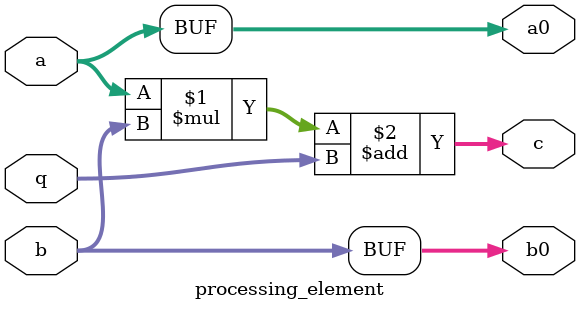
<source format=v>
`timescale 1ns / 1ps


module syst_array(a1,a2,a3,a4,b1,b2,b3,b4,clk,rst,c1,c2,c3,c4,c5,c6,c7,c8,c9,c10,c11,c12,c13,c14,c15,c16);
input [31:0] a1,a2,a3,a4,b1,b2,b3,b4;
input clk,rst;
inout [63:0] c1,c2,c3,c4,c5,c6,c7,c8,c9,c10,c11,c12,c13,c14,c15,c16;
wire [63:0] wc1,wc2,wc3,wc4,wc5,wc6,wc7,wc8,wc9,wc10,wc11,wc12,wc13,wc14,wc15,wc16;
wire [31:0] wh1,wh2,wh3,wh4,wh5,wh6,wh7,wh8,wh9,wh10,wh11,wh12,wh13,wh14,wh15,wh16;
wire [31:0] wh17,wh18,wh19,wh20,wh21,wh22,wh23,wh24;
wire [31:0] wv1,wv2,wv3,wv4,wv5,wv6,wv7,wv8,wv9,wv10,wv11,wv12,wv13,wv14,wv15,wv16;
wire [31:0] wv17,wv18,wv19,wv20,wv21,wv22,wv23,wv24;

//Instanitating processing element

processing_element pe1(.a(a1),.b(b1),.q(wc1),.a0(wh1),.b0(wv1),.c(c1));
processing_element pe2(.a(wh2),.b(b2),.q(wc2),.a0(wh3),.b0(wv7),.c(c2));
processing_element pe3(.a(wh4),.b(b3),.q(wc3),.a0(wh5),.b0(wv13),.c(c3));
processing_element pe4(.a(wh6),.b(b4),.q(wc4),.a0(),.b0(wv19),.c(c4));
processing_element pe5(.a(a2),.b(wv2),.q(wc5),.a0(wh7),.b0(wv3),.c(c5));
processing_element pe6(.a(wh8),.b(wv8),.q(wc6),.a0(wh9),.b0(wv9),.c(c6));
processing_element pe7(.a(wh10),.b(wv14),.q(wc7),.a0(wh11),.b0(wv15),.c(c7));
processing_element pe8(.a(wh12),.b(wv20),.q(wc8),.a0(),.b0(wv21),.c(c8));
processing_element pe9(.a(a3),.b(wv4),.q(wc9),.a0(wh13),.b0(wv5),.c(c9));
processing_element pe10(.a(wh14),.b(wv10),.q(wc10),.a0(wh15),.b0(wv11),.c(c10));
processing_element pe11(.a(wh16),.b(wv16),.q(wc11),.a0(wh17),.b0(wv17),.c(c11));
processing_element pe12(.a(wh18),.b(wv22),.q(wc12),.a0(),.b0(wv23),.c(c12));
processing_element pe13(.a(a4),.b(wv6),.q(wc13),.a0(wh19),.b0(),.c(c13));
processing_element pe14(.a(wh20),.b(wv12),.q(wc14),.a0(wh21),.b0(),.c(c14));
processing_element pe15(.a(wh22),.b(wv18),.q(wc15),.a0(wh23),.b0(),.c(c15));
processing_element pe16(.a(wh24),.b(wv24),.q(wc16),.a0(),.b0(),.c(c16));


//Instantiating D flip flop (Delay element)

d_flipflop dh1(.clk(clk),.rst(rst),.ip(wh1),.q(wh2));
d_flipflop dh2(.clk(clk),.rst(rst),.ip(wh3),.q(wh4));
d_flipflop dh3(.clk(clk),.rst(rst),.ip(wh5),.q(wh6));
d_flipflop dh4(.clk(clk),.rst(rst),.ip(wh7),.q(wh8));
d_flipflop dh5(.clk(clk),.rst(rst),.ip(wh9),.q(wh10));
d_flipflop dh6(.clk(clk),.rst(rst),.ip(wh11),.q(wh12));
d_flipflop dh7(.clk(clk),.rst(rst),.ip(wh13),.q(wh14));
d_flipflop dh8(.clk(clk),.rst(rst),.ip(wh15),.q(wh16));
d_flipflop dh9(.clk(clk),.rst(rst),.ip(wh17),.q(wh18));
d_flipflop dh10(.clk(clk),.rst(rst),.ip(wh19),.q(wh20));
d_flipflop dh11(.clk(clk),.rst(rst),.ip(wh21),.q(wh22));
d_flipflop dh12(.clk(clk),.rst(rst),.ip(wh23),.q(wh24));

d_flipflop dv1(.clk(clk),.rst(rst),.ip(wv1),.q(wv2));
d_flipflop dv2(.clk(clk),.rst(rst),.ip(wv3),.q(wv4));
d_flipflop dv3(.clk(clk),.rst(rst),.ip(wv5),.q(wv6));
d_flipflop dv4(.clk(clk),.rst(rst),.ip(wv7),.q(wv8));
d_flipflop dv5(.clk(clk),.rst(rst),.ip(wv9),.q(wv10));
d_flipflop dv6(.clk(clk),.rst(rst),.ip(wv11),.q(wv12));
d_flipflop dv7(.clk(clk),.rst(rst),.ip(wv13),.q(wv14));
d_flipflop dv8(.clk(clk),.rst(rst),.ip(wv15),.q(wv16));
d_flipflop dv9(.clk(clk),.rst(rst),.ip(wv17),.q(wv18));
d_flipflop dv10(.clk(clk),.rst(rst),.ip(wv19),.q(wv20));
d_flipflop dv11(.clk(clk),.rst(rst),.ip(wv21),.q(wv22));
d_flipflop dv12(.clk(clk),.rst(rst),.ip(wv23),.q(wv24));

d_flipflop dc1(.clk(clk),.rst(rst),.ip(c1),.q(wc1));
d_flipflop dc2(.clk(clk),.rst(rst),.ip(c2),.q(wc2));
d_flipflop dc3(.clk(clk),.rst(rst),.ip(c3),.q(wc3));
d_flipflop dc4(.clk(clk),.rst(rst),.ip(c4),.q(wc4));
d_flipflop dc5(.clk(clk),.rst(rst),.ip(c5),.q(wc5));
d_flipflop dc6(.clk(clk),.rst(rst),.ip(c6),.q(wc6));
d_flipflop dc7(.clk(clk),.rst(rst),.ip(c7),.q(wc7));
d_flipflop dc8(.clk(clk),.rst(rst),.ip(c8),.q(wc8));
d_flipflop dc9(.clk(clk),.rst(rst),.ip(c9),.q(wc9));
d_flipflop dc10(.clk(clk),.rst(rst),.ip(c10),.q(wc10));
d_flipflop dc11(.clk(clk),.rst(rst),.ip(c11),.q(wc11));
d_flipflop dc12(.clk(clk),.rst(rst),.ip(c12),.q(wc12));
d_flipflop dc13(.clk(clk),.rst(rst),.ip(c13),.q(wc13));
d_flipflop dc14(.clk(clk),.rst(rst),.ip(c14),.q(wc14));
d_flipflop dc15(.clk(clk),.rst(rst),.ip(c15),.q(wc15));
d_flipflop dc16(.clk(clk),.rst(rst),.ip(c16),.q(wc16));

endmodule


module d_flipflop(clk,rst,ip,q);
input clk,rst;
input [63:0] ip;
output reg [63:0] q;
always@(posedge clk)
begin
if(rst==1) begin
q<=0;
end
else begin
q<=ip;
end
end
endmodule


module processing_element(a,b,q,a0,b0,c);
input [31:0] a,b,q;
output [31:0] a0,b0;
output [63:0] c;
assign c=(a*b)+q;
assign a0=a;
assign b0=b;
endmodule

</source>
